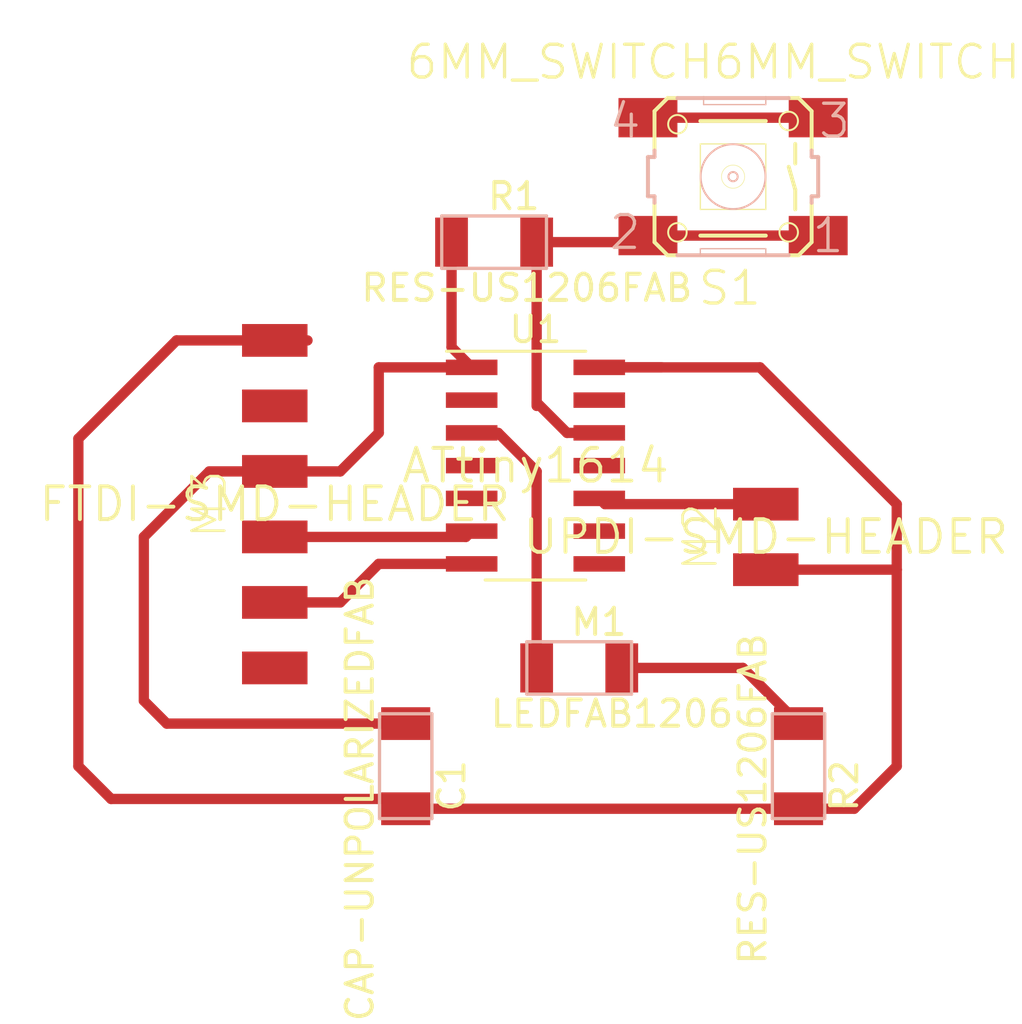
<source format=kicad_pcb>
(kicad_pcb (version 20171130) (host pcbnew 5.1.9-73d0e3b20d~88~ubuntu20.04.1)

  (general
    (thickness 1.6)
    (drawings 11)
    (tracks 48)
    (zones 0)
    (modules 8)
    (nets 19)
  )

  (page A4)
  (layers
    (0 F.Cu signal)
    (31 B.Cu signal)
    (32 B.Adhes user)
    (33 F.Adhes user)
    (34 B.Paste user)
    (35 F.Paste user)
    (36 B.SilkS user)
    (37 F.SilkS user)
    (38 B.Mask user)
    (39 F.Mask user)
    (40 Dwgs.User user)
    (41 Cmts.User user)
    (42 Eco1.User user)
    (43 Eco2.User user)
    (44 Edge.Cuts user)
    (45 Margin user)
    (46 B.CrtYd user)
    (47 F.CrtYd user)
    (48 B.Fab user)
    (49 F.Fab user)
  )

  (setup
    (last_trace_width 0.4)
    (trace_clearance 0.4)
    (zone_clearance 0.508)
    (zone_45_only no)
    (trace_min 0.2)
    (via_size 0.8)
    (via_drill 0.4)
    (via_min_size 0.4)
    (via_min_drill 0.3)
    (uvia_size 0.3)
    (uvia_drill 0.1)
    (uvias_allowed no)
    (uvia_min_size 0.2)
    (uvia_min_drill 0.1)
    (edge_width 0.05)
    (segment_width 0.2)
    (pcb_text_width 0.3)
    (pcb_text_size 1.5 1.5)
    (mod_edge_width 0.12)
    (mod_text_size 1 1)
    (mod_text_width 0.15)
    (pad_size 1.524 1.524)
    (pad_drill 0.762)
    (pad_to_mask_clearance 0)
    (aux_axis_origin 0 0)
    (visible_elements FFFFFF7F)
    (pcbplotparams
      (layerselection 0x010fc_ffffffff)
      (usegerberextensions false)
      (usegerberattributes true)
      (usegerberadvancedattributes true)
      (creategerberjobfile true)
      (excludeedgelayer true)
      (linewidth 0.100000)
      (plotframeref false)
      (viasonmask false)
      (mode 1)
      (useauxorigin false)
      (hpglpennumber 1)
      (hpglpenspeed 20)
      (hpglpendiameter 15.000000)
      (psnegative false)
      (psa4output false)
      (plotreference true)
      (plotvalue true)
      (plotinvisibletext false)
      (padsonsilk false)
      (subtractmaskfromsilk false)
      (outputformat 1)
      (mirror false)
      (drillshape 1)
      (scaleselection 1)
      (outputdirectory ""))
  )

  (net 0 "")
  (net 1 GND)
  (net 2 VCC)
  (net 3 "Net-(M1-Pad2)")
  (net 4 PA5)
  (net 5 "Net-(M2-Pad1)")
  (net 6 "Net-(M3-Pad6)")
  (net 7 "Net-(M3-Pad5)")
  (net 8 "Net-(M3-Pad4)")
  (net 9 "Net-(M3-Pad2)")
  (net 10 PA2)
  (net 11 "Net-(S1-Pad3)")
  (net 12 "Net-(U1-Pad13)")
  (net 13 "Net-(U1-Pad11)")
  (net 14 "Net-(U1-Pad9)")
  (net 15 "Net-(U1-Pad8)")
  (net 16 "Net-(U1-Pad5)")
  (net 17 "Net-(U1-Pad4)")
  (net 18 "Net-(U1-Pad2)")

  (net_class Default "This is the default net class."
    (clearance 0.4)
    (trace_width 0.4)
    (via_dia 0.8)
    (via_drill 0.4)
    (uvia_dia 0.3)
    (uvia_drill 0.1)
    (add_net GND)
    (add_net "Net-(M1-Pad2)")
    (add_net "Net-(M2-Pad1)")
    (add_net "Net-(M3-Pad2)")
    (add_net "Net-(M3-Pad4)")
    (add_net "Net-(M3-Pad5)")
    (add_net "Net-(M3-Pad6)")
    (add_net "Net-(S1-Pad3)")
    (add_net "Net-(U1-Pad11)")
    (add_net "Net-(U1-Pad13)")
    (add_net "Net-(U1-Pad2)")
    (add_net "Net-(U1-Pad4)")
    (add_net "Net-(U1-Pad5)")
    (add_net "Net-(U1-Pad8)")
    (add_net "Net-(U1-Pad9)")
    (add_net PA2)
    (add_net PA5)
    (add_net VCC)
  )

  (module fab:fab-SOIC-14_3.9x8.7mm_P1.27mm (layer F.Cu) (tedit 5EABE9B1) (tstamp 604269F5)
    (at 120.604001 81.0555)
    (descr "SOIC, 14 Pin, fab version")
    (tags "SOIC fab")
    (path /60452E41)
    (attr smd)
    (fp_text reference U1 (at 0 -5.28) (layer F.SilkS)
      (effects (font (size 1 1) (thickness 0.15)))
    )
    (fp_text value ATtiny1614 (at 0 0) (layer F.SilkS)
      (effects (font (size 1.27 1.27) (thickness 0.15)))
    )
    (fp_line (start 0 4.435) (end 1.95 4.435) (layer F.SilkS) (width 0.12))
    (fp_line (start 0 4.435) (end -1.95 4.435) (layer F.SilkS) (width 0.12))
    (fp_line (start 0 -4.435) (end 1.95 -4.435) (layer F.SilkS) (width 0.12))
    (fp_line (start 0 -4.435) (end -3.45 -4.435) (layer F.SilkS) (width 0.12))
    (fp_line (start -0.975 -4.325) (end 1.95 -4.325) (layer F.Fab) (width 0.1))
    (fp_line (start 1.95 -4.325) (end 1.95 4.325) (layer F.Fab) (width 0.1))
    (fp_line (start 1.95 4.325) (end -1.95 4.325) (layer F.Fab) (width 0.1))
    (fp_line (start -1.95 4.325) (end -1.95 -3.35) (layer F.Fab) (width 0.1))
    (fp_line (start -1.95 -3.35) (end -0.975 -4.325) (layer F.Fab) (width 0.1))
    (pad 14 smd rect (at 2.475 -3.81) (size 2 0.6) (layers F.Cu F.Paste F.Mask)
      (net 1 GND))
    (pad 13 smd rect (at 2.475 -2.54) (size 2 0.6) (layers F.Cu F.Paste F.Mask)
      (net 12 "Net-(U1-Pad13)"))
    (pad 12 smd rect (at 2.475 -1.27) (size 2 0.6) (layers F.Cu F.Paste F.Mask)
      (net 10 PA2))
    (pad 11 smd rect (at 2.475 0) (size 2 0.6) (layers F.Cu F.Paste F.Mask)
      (net 13 "Net-(U1-Pad11)"))
    (pad 10 smd rect (at 2.475 1.27) (size 2 0.6) (layers F.Cu F.Paste F.Mask)
      (net 5 "Net-(M2-Pad1)"))
    (pad 9 smd rect (at 2.475 2.54) (size 2 0.6) (layers F.Cu F.Paste F.Mask)
      (net 14 "Net-(U1-Pad9)"))
    (pad 8 smd rect (at 2.475 3.81) (size 2 0.6) (layers F.Cu F.Paste F.Mask)
      (net 15 "Net-(U1-Pad8)"))
    (pad 7 smd rect (at -2.475 3.81) (size 2 0.6) (layers F.Cu F.Paste F.Mask)
      (net 7 "Net-(M3-Pad5)"))
    (pad 6 smd rect (at -2.475 2.54) (size 2 0.6) (layers F.Cu F.Paste F.Mask)
      (net 8 "Net-(M3-Pad4)"))
    (pad 5 smd rect (at -2.475 1.27) (size 2 0.6) (layers F.Cu F.Paste F.Mask)
      (net 16 "Net-(U1-Pad5)"))
    (pad 4 smd rect (at -2.475 0) (size 2 0.6) (layers F.Cu F.Paste F.Mask)
      (net 17 "Net-(U1-Pad4)"))
    (pad 3 smd rect (at -2.475 -1.27) (size 2 0.6) (layers F.Cu F.Paste F.Mask)
      (net 4 PA5))
    (pad 2 smd rect (at -2.475 -2.54) (size 2 0.6) (layers F.Cu F.Paste F.Mask)
      (net 18 "Net-(U1-Pad2)"))
    (pad 1 smd rect (at -2.475 -3.81) (size 2 0.6) (layers F.Cu F.Paste F.Mask)
      (net 2 VCC))
    (model ${KISYS3DMOD}/Package_SO.3dshapes/SOIC-14_3.9x8.7mm_P1.27mm.wrl
      (at (xyz 0 0 0))
      (scale (xyz 1 1 1))
      (rotate (xyz 0 0 0))
    )
  )

  (module fab:fab-6MM_SWITCH (layer F.Cu) (tedit 200000) (tstamp 6043C993)
    (at 128.27 69.85 180)
    (descr "OMRON SWITCH")
    (tags "OMRON SWITCH")
    (path /6045C6B7)
    (attr smd)
    (fp_text reference S1 (at 0.127 -4.318) (layer F.SilkS)
      (effects (font (size 1.27 1.27) (thickness 0.127)))
    )
    (fp_text value 6MM_SWITCH6MM_SWITCH (at 0.762 4.445) (layer F.SilkS)
      (effects (font (size 1.27 1.27) (thickness 0.127)))
    )
    (fp_text user 4 (at 4.191 2.159) (layer B.SilkS)
      (effects (font (size 1.27 1.27) (thickness 0.127)))
    )
    (fp_text user 3 (at -3.937 2.159) (layer B.SilkS)
      (effects (font (size 1.27 1.27) (thickness 0.127)))
    )
    (fp_text user 2 (at 4.191 -2.159) (layer B.SilkS)
      (effects (font (size 1.27 1.27) (thickness 0.127)))
    )
    (fp_text user 1 (at -3.683 -2.286) (layer B.SilkS)
      (effects (font (size 1.27 1.27) (thickness 0.127)))
    )
    (fp_line (start 3.302 0.762) (end 3.048 0.762) (layer B.SilkS) (width 0.1524))
    (fp_line (start 3.302 0.762) (end 3.302 -0.762) (layer B.SilkS) (width 0.1524))
    (fp_line (start 3.048 -0.762) (end 3.302 -0.762) (layer B.SilkS) (width 0.1524))
    (fp_line (start 3.048 -1.016) (end 3.048 -2.54) (layer F.SilkS) (width 0.1524))
    (fp_line (start -3.302 -0.762) (end -3.048 -0.762) (layer B.SilkS) (width 0.1524))
    (fp_line (start -3.302 -0.762) (end -3.302 0.762) (layer B.SilkS) (width 0.1524))
    (fp_line (start -3.048 0.762) (end -3.302 0.762) (layer B.SilkS) (width 0.1524))
    (fp_line (start 3.048 -2.54) (end 2.54 -3.048) (layer F.SilkS) (width 0.1524))
    (fp_line (start 2.54 3.048) (end 3.048 2.54) (layer F.SilkS) (width 0.1524))
    (fp_line (start 3.048 2.54) (end 3.048 1.016) (layer F.SilkS) (width 0.1524))
    (fp_line (start -2.54 -3.048) (end -3.048 -2.54) (layer F.SilkS) (width 0.1524))
    (fp_line (start -3.048 -2.54) (end -3.048 -1.016) (layer F.SilkS) (width 0.1524))
    (fp_line (start -2.54 3.048) (end -3.048 2.54) (layer F.SilkS) (width 0.1524))
    (fp_line (start -3.048 2.54) (end -3.048 1.016) (layer F.SilkS) (width 0.1524))
    (fp_line (start -1.27 -1.27) (end -1.27 1.27) (layer F.SilkS) (width 0.0508))
    (fp_line (start 1.27 1.27) (end -1.27 1.27) (layer F.SilkS) (width 0.0508))
    (fp_line (start 1.27 1.27) (end 1.27 -1.27) (layer F.SilkS) (width 0.0508))
    (fp_line (start -1.27 -1.27) (end 1.27 -1.27) (layer F.SilkS) (width 0.0508))
    (fp_line (start -1.27 -3.048) (end -1.27 -2.794) (layer B.SilkS) (width 0.0508))
    (fp_line (start 1.27 -2.794) (end -1.27 -2.794) (layer B.SilkS) (width 0.0508))
    (fp_line (start 1.27 -2.794) (end 1.27 -3.048) (layer B.SilkS) (width 0.0508))
    (fp_line (start 1.143 2.794) (end -1.27 2.794) (layer B.SilkS) (width 0.0508))
    (fp_line (start 1.143 2.794) (end 1.143 3.048) (layer B.SilkS) (width 0.0508))
    (fp_line (start -1.27 2.794) (end -1.27 3.048) (layer B.SilkS) (width 0.0508))
    (fp_line (start 2.54 3.048) (end 2.159 3.048) (layer F.SilkS) (width 0.1524))
    (fp_line (start -2.54 3.048) (end -2.159 3.048) (layer F.SilkS) (width 0.1524))
    (fp_line (start -2.159 3.048) (end -1.27 3.048) (layer B.SilkS) (width 0.1524))
    (fp_line (start -2.54 -3.048) (end -2.159 -3.048) (layer F.SilkS) (width 0.1524))
    (fp_line (start 2.54 -3.048) (end 2.159 -3.048) (layer F.SilkS) (width 0.1524))
    (fp_line (start 2.159 -3.048) (end 1.27 -3.048) (layer B.SilkS) (width 0.1524))
    (fp_line (start 1.27 -3.048) (end -1.27 -3.048) (layer B.SilkS) (width 0.1524))
    (fp_line (start -1.27 -3.048) (end -2.159 -3.048) (layer B.SilkS) (width 0.1524))
    (fp_line (start -1.27 3.048) (end 1.143 3.048) (layer B.SilkS) (width 0.1524))
    (fp_line (start 1.143 3.048) (end 2.159 3.048) (layer B.SilkS) (width 0.1524))
    (fp_line (start 3.048 0.762) (end 3.048 1.016) (layer B.SilkS) (width 0.1524))
    (fp_line (start 3.048 -0.762) (end 3.048 -1.016) (layer B.SilkS) (width 0.1524))
    (fp_line (start -3.048 0.762) (end -3.048 1.016) (layer B.SilkS) (width 0.1524))
    (fp_line (start -3.048 -0.762) (end -3.048 -1.016) (layer B.SilkS) (width 0.1524))
    (fp_line (start -1.27 2.159) (end 1.27 2.159) (layer F.SilkS) (width 0.1524))
    (fp_line (start 1.27 -2.286) (end -1.27 -2.286) (layer F.SilkS) (width 0.1524))
    (fp_line (start -2.413 -1.27) (end -2.413 -0.508) (layer F.SilkS) (width 0.1524))
    (fp_line (start -2.413 0.508) (end -2.413 1.27) (layer F.SilkS) (width 0.1524))
    (fp_line (start -2.413 -0.508) (end -2.159 0.381) (layer F.SilkS) (width 0.1524))
    (fp_circle (center 0 0) (end -0.889 0.889) (layer B.SilkS) (width 0.0762))
    (fp_circle (center -2.159 2.159) (end -2.413 2.413) (layer F.SilkS) (width 0.0762))
    (fp_circle (center 2.159 2.032) (end 2.413 2.286) (layer F.SilkS) (width 0.0762))
    (fp_circle (center 2.159 -2.159) (end 2.413 -2.413) (layer F.SilkS) (width 0.0762))
    (fp_circle (center -2.159 -2.159) (end -2.413 -2.413) (layer F.SilkS) (width 0.0762))
    (fp_circle (center 0 0) (end -0.3175 0.3175) (layer F.SilkS) (width 0.0254))
    (fp_circle (center 0 0) (end -0.127 0.127) (layer B.SilkS) (width 0.0762))
    (pad 4 smd rect (at 3.302 2.286 180) (size 2.286 1.524) (layers F.Cu F.Paste F.Mask)
      (net 11 "Net-(S1-Pad3)"))
    (pad 3 smd rect (at -3.302 2.286 180) (size 2.286 1.524) (layers F.Cu F.Paste F.Mask)
      (net 11 "Net-(S1-Pad3)"))
    (pad 2 smd rect (at 3.302 -2.286 180) (size 2.286 1.524) (layers F.Cu F.Paste F.Mask)
      (net 10 PA2))
    (pad 1 smd rect (at -3.302 -2.286 180) (size 2.286 1.524) (layers F.Cu F.Paste F.Mask)
      (net 10 PA2))
  )

  (module fab:fab-R1206FAB (layer F.Cu) (tedit 200000) (tstamp 6042699C)
    (at 130.81 92.71 270)
    (path /60476661)
    (attr smd)
    (fp_text reference R2 (at 0.762 -1.778 90) (layer F.SilkS)
      (effects (font (size 1.016 1.016) (thickness 0.1524)))
    )
    (fp_text value RES-US1206FAB (at 1.27 1.778 90) (layer F.SilkS)
      (effects (font (size 1.016 1.016) (thickness 0.1524)))
    )
    (fp_line (start -2.032 -1.016) (end 2.032 -1.016) (layer B.SilkS) (width 0.127))
    (fp_line (start 2.032 -1.016) (end 2.032 1.016) (layer B.SilkS) (width 0.127))
    (fp_line (start 2.032 1.016) (end -2.032 1.016) (layer B.SilkS) (width 0.127))
    (fp_line (start -2.032 1.016) (end -2.032 -1.016) (layer B.SilkS) (width 0.127))
    (pad 2 smd rect (at 1.651 0 270) (size 1.27 1.905) (layers F.Cu F.Paste F.Mask)
      (net 1 GND))
    (pad 1 smd rect (at -1.651 0 270) (size 1.27 1.905) (layers F.Cu F.Paste F.Mask)
      (net 3 "Net-(M1-Pad2)"))
  )

  (module fab:fab-R1206FAB (layer F.Cu) (tedit 200000) (tstamp 60426992)
    (at 118.999 72.39)
    (path /604550B9)
    (attr smd)
    (fp_text reference R1 (at 0.762 -1.778) (layer F.SilkS)
      (effects (font (size 1.016 1.016) (thickness 0.1524)))
    )
    (fp_text value RES-US1206FAB (at 1.27 1.778) (layer F.SilkS)
      (effects (font (size 1.016 1.016) (thickness 0.1524)))
    )
    (fp_line (start -2.032 -1.016) (end 2.032 -1.016) (layer B.SilkS) (width 0.127))
    (fp_line (start 2.032 -1.016) (end 2.032 1.016) (layer B.SilkS) (width 0.127))
    (fp_line (start 2.032 1.016) (end -2.032 1.016) (layer B.SilkS) (width 0.127))
    (fp_line (start -2.032 1.016) (end -2.032 -1.016) (layer B.SilkS) (width 0.127))
    (pad 2 smd rect (at 1.651 0) (size 1.27 1.905) (layers F.Cu F.Paste F.Mask)
      (net 10 PA2))
    (pad 1 smd rect (at -1.651 0) (size 1.27 1.905) (layers F.Cu F.Paste F.Mask)
      (net 2 VCC))
  )

  (module fab:fab-1X06SMD (layer F.Cu) (tedit 200000) (tstamp 60426988)
    (at 110.49 82.55)
    (path /6045396C)
    (attr smd)
    (fp_text reference M3 (at -2.54 0 90) (layer F.SilkS)
      (effects (font (size 1.27 1.27) (thickness 0.1016)))
    )
    (fp_text value FTDI-SMD-HEADER (at 0 0) (layer F.SilkS)
      (effects (font (size 1.27 1.27) (thickness 0.15)))
    )
    (pad 6 smd rect (at 0 6.35) (size 2.54 1.27) (layers F.Cu F.Paste F.Mask)
      (net 6 "Net-(M3-Pad6)"))
    (pad 5 smd rect (at 0 3.81) (size 2.54 1.27) (layers F.Cu F.Paste F.Mask)
      (net 7 "Net-(M3-Pad5)"))
    (pad 4 smd rect (at 0 1.27) (size 2.54 1.27) (layers F.Cu F.Paste F.Mask)
      (net 8 "Net-(M3-Pad4)"))
    (pad 3 smd rect (at 0 -1.27) (size 2.54 1.27) (layers F.Cu F.Paste F.Mask)
      (net 2 VCC))
    (pad 2 smd rect (at 0 -3.81) (size 2.54 1.27) (layers F.Cu F.Paste F.Mask)
      (net 9 "Net-(M3-Pad2)"))
    (pad 1 smd rect (at 0 -6.35) (size 2.54 1.27) (layers F.Cu F.Paste F.Mask)
      (net 1 GND))
  )

  (module fab:fab-1X02SMD (layer F.Cu) (tedit 5E6F6664) (tstamp 6042697E)
    (at 129.54 83.82)
    (path /604544C9)
    (attr smd)
    (fp_text reference M2 (at -2.54 0 90) (layer F.SilkS)
      (effects (font (size 1.27 1.27) (thickness 0.1016)))
    )
    (fp_text value UPDI-SMD-HEADER (at 0 0) (layer F.SilkS)
      (effects (font (size 1.27 1.27) (thickness 0.15)))
    )
    (pad 2 smd rect (at 0 1.27) (size 2.54 1.27) (layers F.Cu F.Paste F.Mask)
      (net 1 GND))
    (pad 1 smd rect (at 0 -1.27) (size 2.54 1.27) (layers F.Cu F.Paste F.Mask)
      (net 5 "Net-(M2-Pad1)"))
  )

  (module fab:fab-LED1206FAB (layer F.Cu) (tedit 200000) (tstamp 60426978)
    (at 122.301 88.9)
    (descr "LED1206 FAB STYLE (SMALLER PADS TO ALLOW TRACE BETWEEN)")
    (tags "LED1206 FAB STYLE (SMALLER PADS TO ALLOW TRACE BETWEEN)")
    (path /6045D134)
    (attr smd)
    (fp_text reference M1 (at 0.762 -1.778) (layer F.SilkS)
      (effects (font (size 1.016 1.016) (thickness 0.1524)))
    )
    (fp_text value LEDFAB1206 (at 1.27 1.778) (layer F.SilkS)
      (effects (font (size 1.016 1.016) (thickness 0.1524)))
    )
    (fp_line (start -2.032 -1.016) (end 2.032 -1.016) (layer B.SilkS) (width 0.127))
    (fp_line (start 2.032 -1.016) (end 2.032 1.016) (layer B.SilkS) (width 0.127))
    (fp_line (start 2.032 1.016) (end -2.032 1.016) (layer B.SilkS) (width 0.127))
    (fp_line (start -2.032 1.016) (end -2.032 -1.016) (layer B.SilkS) (width 0.127))
    (pad 2 smd rect (at 1.651 0) (size 1.27 1.905) (layers F.Cu F.Paste F.Mask)
      (net 3 "Net-(M1-Pad2)"))
    (pad 1 smd rect (at -1.651 0) (size 1.27 1.905) (layers F.Cu F.Paste F.Mask)
      (net 4 PA5))
  )

  (module fab:fab-C1206FAB (layer F.Cu) (tedit 200000) (tstamp 6042696E)
    (at 115.57 92.71 270)
    (path /604557A3)
    (attr smd)
    (fp_text reference C1 (at 0.762 -1.778 90) (layer F.SilkS)
      (effects (font (size 1.016 1.016) (thickness 0.1524)))
    )
    (fp_text value CAP-UNPOLARIZEDFAB (at 1.27 1.778 90) (layer F.SilkS)
      (effects (font (size 1.016 1.016) (thickness 0.1524)))
    )
    (fp_line (start -2.032 -1.016) (end 2.032 -1.016) (layer B.SilkS) (width 0.127))
    (fp_line (start 2.032 -1.016) (end 2.032 1.016) (layer B.SilkS) (width 0.127))
    (fp_line (start 2.032 1.016) (end -2.032 1.016) (layer B.SilkS) (width 0.127))
    (fp_line (start -2.032 1.016) (end -2.032 -1.016) (layer B.SilkS) (width 0.127))
    (pad 2 smd rect (at 1.651 0 270) (size 1.27 1.905) (layers F.Cu F.Paste F.Mask)
      (net 1 GND))
    (pad 1 smd rect (at -1.651 0 270) (size 1.27 1.905) (layers F.Cu F.Paste F.Mask)
      (net 2 VCC))
  )

  (gr_line (start 132.08 63.5) (end 137.16 68.58) (layer Dwgs.User) (width 1) (tstamp 6043CED0))
  (gr_line (start 118.11 63.5) (end 132.08 63.5) (layer Dwgs.User) (width 1))
  (gr_line (start 113.03 67.31) (end 118.11 63.5) (layer Dwgs.User) (width 1))
  (gr_line (start 113.03 72.39) (end 113.03 67.31) (layer Dwgs.User) (width 1))
  (gr_line (start 107.95 72.39) (end 113.03 72.39) (layer Dwgs.User) (width 1))
  (gr_line (start 100.33 80.01) (end 107.95 72.39) (layer Dwgs.User) (width 1))
  (gr_line (start 100.33 93.98) (end 100.33 80.01) (layer Dwgs.User) (width 1))
  (gr_line (start 104.14 97.79) (end 100.33 93.98) (layer Dwgs.User) (width 1))
  (gr_line (start 132.08 97.79) (end 104.14 97.79) (layer Dwgs.User) (width 1))
  (gr_line (start 137.16 92.71) (end 132.08 97.79) (layer Dwgs.User) (width 1))
  (gr_line (start 137.16 68.58) (end 137.16 92.71) (layer Dwgs.User) (width 1))

  (segment (start 110.49 76.2) (end 111.76 76.2) (width 0.4) (layer F.Cu) (net 1))
  (segment (start 123.079001 77.2455) (end 125.5055 77.2455) (width 0.4) (layer F.Cu) (net 1))
  (segment (start 123.079001 77.2455) (end 129.3155 77.2455) (width 0.4) (layer F.Cu) (net 1))
  (segment (start 115.57 94.361) (end 130.81 94.361) (width 0.4) (layer F.Cu) (net 1))
  (segment (start 129.3155 77.2455) (end 134.62 82.55) (width 0.4) (layer F.Cu) (net 1))
  (segment (start 129.54 85.09) (end 134.62 85.09) (width 0.4) (layer F.Cu) (net 1))
  (segment (start 134.62 82.55) (end 134.62 85.09) (width 0.4) (layer F.Cu) (net 1))
  (segment (start 102.87 92.71) (end 104.14 93.98) (width 0.4) (layer F.Cu) (net 1))
  (segment (start 115.189 93.98) (end 115.57 94.361) (width 0.4) (layer F.Cu) (net 1))
  (segment (start 102.87 80.01) (end 102.87 92.71) (width 0.4) (layer F.Cu) (net 1))
  (segment (start 104.14 93.98) (end 115.189 93.98) (width 0.4) (layer F.Cu) (net 1))
  (segment (start 106.68 76.2) (end 102.87 80.01) (width 0.4) (layer F.Cu) (net 1))
  (segment (start 110.49 76.2) (end 106.68 76.2) (width 0.4) (layer F.Cu) (net 1))
  (segment (start 132.969 94.361) (end 130.81 94.361) (width 0.4) (layer F.Cu) (net 1))
  (segment (start 134.62 92.71) (end 132.969 94.361) (width 0.4) (layer F.Cu) (net 1))
  (segment (start 134.62 85.09) (end 134.62 92.71) (width 0.4) (layer F.Cu) (net 1))
  (segment (start 115.189 91.44) (end 115.57 91.059) (width 0.4) (layer F.Cu) (net 2))
  (segment (start 106.299 91.059) (end 115.57 91.059) (width 0.4) (layer F.Cu) (net 2))
  (segment (start 105.41 90.17) (end 106.299 91.059) (width 0.4) (layer F.Cu) (net 2))
  (segment (start 105.41 83.82) (end 105.41 90.17) (width 0.4) (layer F.Cu) (net 2))
  (segment (start 107.95 81.28) (end 105.41 83.82) (width 0.4) (layer F.Cu) (net 2))
  (segment (start 110.49 81.28) (end 107.95 81.28) (width 0.4) (layer F.Cu) (net 2))
  (segment (start 118.11 77.226499) (end 118.129001 77.2455) (width 0.4) (layer F.Cu) (net 2))
  (segment (start 117.348 76.464499) (end 118.129001 77.2455) (width 0.4) (layer F.Cu) (net 2))
  (segment (start 117.348 72.39) (end 117.348 76.464499) (width 0.4) (layer F.Cu) (net 2))
  (segment (start 114.5245 79.7855) (end 113.03 81.28) (width 0.4) (layer F.Cu) (net 2))
  (segment (start 113.03 81.28) (end 110.49 81.28) (width 0.4) (layer F.Cu) (net 2))
  (segment (start 114.5245 77.2455) (end 114.5245 79.7855) (width 0.4) (layer F.Cu) (net 2))
  (segment (start 118.129001 77.2455) (end 114.5245 77.2455) (width 0.4) (layer F.Cu) (net 2))
  (segment (start 128.651 88.9) (end 130.81 91.059) (width 0.4) (layer F.Cu) (net 3))
  (segment (start 123.952 88.9) (end 128.651 88.9) (width 0.4) (layer F.Cu) (net 3))
  (segment (start 120.65 88.9) (end 120.65 81.28) (width 0.4) (layer F.Cu) (net 4))
  (segment (start 119.1555 79.7855) (end 118.129001 79.7855) (width 0.4) (layer F.Cu) (net 4))
  (segment (start 120.65 81.28) (end 119.1555 79.7855) (width 0.4) (layer F.Cu) (net 4))
  (segment (start 123.303501 82.55) (end 123.079001 82.3255) (width 0.4) (layer F.Cu) (net 5))
  (segment (start 128.27 82.55) (end 123.303501 82.55) (width 0.4) (layer F.Cu) (net 5))
  (segment (start 110.49 86.36) (end 113.03 86.36) (width 0.4) (layer F.Cu) (net 7))
  (segment (start 114.5245 84.8655) (end 118.129001 84.8655) (width 0.4) (layer F.Cu) (net 7))
  (segment (start 113.03 86.36) (end 114.5245 84.8655) (width 0.4) (layer F.Cu) (net 7))
  (segment (start 117.904501 83.82) (end 118.129001 83.5955) (width 0.4) (layer F.Cu) (net 8))
  (segment (start 110.49 83.82) (end 117.904501 83.82) (width 0.4) (layer F.Cu) (net 8))
  (segment (start 121.829001 79.7855) (end 123.079001 79.7855) (width 0.4) (layer F.Cu) (net 10))
  (segment (start 120.65 78.606499) (end 121.829001 79.7855) (width 0.4) (layer F.Cu) (net 10))
  (segment (start 120.65 72.39) (end 120.65 78.74) (width 0.4) (layer F.Cu) (net 10))
  (segment (start 124.714 72.39) (end 124.968 72.136) (width 0.4) (layer F.Cu) (net 10))
  (segment (start 120.65 72.39) (end 124.714 72.39) (width 0.4) (layer F.Cu) (net 10))
  (segment (start 131.572 72.136) (end 124.968 72.136) (width 0.4) (layer F.Cu) (net 10))
  (segment (start 124.968 67.564) (end 131.572 67.564) (width 0.4) (layer F.Cu) (net 11))

)

</source>
